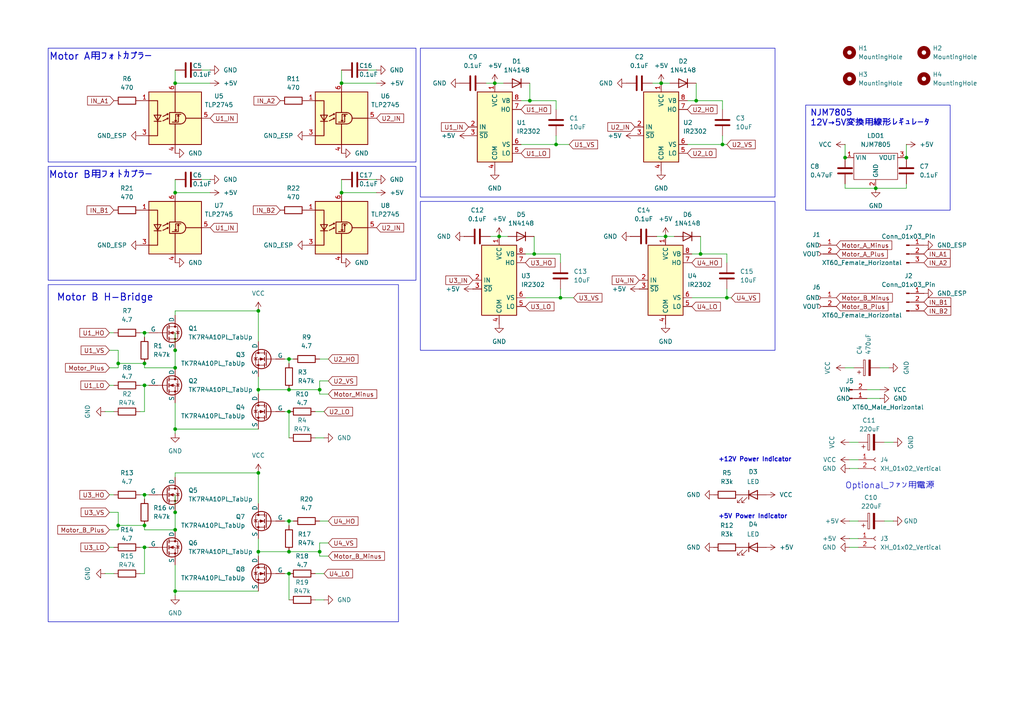
<source format=kicad_sch>
(kicad_sch (version 20250114) (generator "eeschema") (generator_version "9.0")
  (paper "A4")
  (title_block (title "2Ch.モータードライバ_IR2302") (date "2025-09-24") (rev "1") (company "明治大学オートメーション研究部") (comment 1 "KIM JIWOO") (comment 2 "機械情報工学科"))
  (rectangle (start 233.68 30.48) (end 275.59 60.96))
  (rectangle (start 13.97 13.97) (end 120.65 46.99))
  (rectangle (start 121.92 58.42) (end 224.79 101.6))
  (rectangle (start 13.97 48.26) (end 120.65 81.28))
  (rectangle (start 13.97 82.55) (end 115.57 180.34))
  (rectangle (start 121.92 13.97) (end 224.79 57.15))
  (text "Motor B用フォトカプラー" (at 29.21 50.8 0) (effects (font (size 2.032 2.032) (thickness 0.254) (bold yes))))
  (text "Motor B H-Bridge" (at 30.48 86.36 0) (effects (font (size 2.032 2.032) (thickness 0.254) (bold yes))))
  (text "NJM7805\n12V→5V変換用線形レギュレータ" (at 234.95 34.29 0) (effects (font (size 1.778 1.778) (thickness 0.254)) (justify left)))
  (text "Optional_ファン用電源" (at 245.11 140.97 0) (effects (font (size 1.778 1.778)) (justify left)))
  (text "+12V Power Indicator" (at 208.28 133.35 0) (effects (font (size 1.27 1.27) (thickness 0.254) (bold yes)) (justify left)))
  (text "+5V Power Indicator" (at 208.28 149.86 0) (effects (font (size 1.27 1.27) (thickness 0.254) (bold yes)) (justify left)))
  (text "Motor A用フォトカプラー" (at 29.21 16.51 0) (effects (font (size 2.032 2.032) (thickness 0.254) (bold yes))))
  (junction (at 262.89 45.72))
  (junction (at 50.8 55.88))
  (junction (at 50.8 106.68))
  (junction (at 50.8 24.13))
  (junction (at 41.91 105.41))
  (junction (at 99.06 55.88))
  (junction (at 193.04 68.58))
  (junction (at 41.91 152.4))
  (junction (at 191.77 24.13))
  (junction (at 83.82 166.37))
  (junction (at 92.71 160.02))
  (junction (at 74.93 160.02))
  (junction (at 50.8 171.45))
  (junction (at 41.91 111.76))
  (junction (at 162.56 86.36))
  (junction (at 203.2 73.66))
  (junction (at 34.29 152.4))
  (junction (at 209.55 41.91))
  (junction (at 74.93 113.03))
  (junction (at 153.67 29.21))
  (junction (at 50.8 101.6))
  (junction (at 144.78 68.58))
  (junction (at 41.91 96.52))
  (junction (at 34.29 105.41))
  (junction (at 83.82 151.13))
  (junction (at 83.82 119.38))
  (junction (at 50.8 153.67))
  (junction (at 92.71 113.03))
  (junction (at 154.94 73.66))
  (junction (at 74.93 137.16))
  (junction (at 161.29 41.91))
  (junction (at 50.8 124.46))
  (junction (at 83.82 160.02))
  (junction (at 41.91 158.75))
  (junction (at 245.11 45.72))
  (junction (at 210.82 86.36))
  (junction (at 41.91 143.51))
  (junction (at 254 54.61))
  (junction (at 74.93 90.17))
  (junction (at 83.82 113.03))
  (junction (at 50.8 148.59))
  (junction (at 83.82 104.14))
  (junction (at 143.51 24.13))
  (junction (at 99.06 24.13))
  (junction (at 201.93 29.21))
  (wire (pts (xy 246.38 156.21) (xy 248.92 156.21)))
  (wire (pts (xy 82.55 166.37) (xy 83.82 166.37)))
  (wire (pts (xy 50.8 171.45) (xy 50.8 172.72)))
  (wire (pts (xy 209.55 39.37) (xy 209.55 41.91)))
  (wire (pts (xy 41.91 158.75) (xy 43.18 158.75)))
  (wire (pts (xy 200.66 86.36) (xy 210.82 86.36)))
  (wire (pts (xy 74.93 156.21) (xy 74.93 160.02)))
  (wire (pts (xy 144.78 68.58) (xy 147.32 68.58)))
  (wire (pts (xy 201.93 24.13) (xy 201.93 29.21)))
  (wire (pts (xy 50.8 148.59) (xy 50.8 153.67)))
  (wire (pts (xy 33.02 119.38) (xy 30.48 119.38)))
  (wire (pts (xy 209.55 31.75) (xy 209.55 29.21)))
  (wire (pts (xy 31.75 158.75) (xy 33.02 158.75)))
  (wire (pts (xy 162.56 83.82) (xy 162.56 86.36)))
  (wire (pts (xy 209.55 41.91) (xy 210.82 41.91)))
  (wire (pts (xy 74.93 137.16) (xy 74.93 146.05)))
  (wire (pts (xy 142.24 68.58) (xy 144.78 68.58)))
  (wire (pts (xy 83.82 166.37) (xy 83.82 173.99)))
  (wire (pts (xy 92.71 104.14) (xy 95.25 104.14)))
  (wire (pts (xy 255.27 113.03) (xy 251.46 113.03)))
  (wire (pts (xy 92.71 160.02) (xy 92.71 161.29)))
  (wire (pts (xy 151.13 29.21) (xy 153.67 29.21)))
  (wire (pts (xy 60.96 55.88) (xy 50.8 55.88)))
  (wire (pts (xy 152.4 73.66) (xy 154.94 73.66)))
  (wire (pts (xy 50.8 143.51) (xy 50.8 148.59)))
  (wire (pts (xy 60.96 52.07) (xy 58.42 52.07)))
  (wire (pts (xy 262.89 53.34) (xy 262.89 54.61)))
  (wire (pts (xy 31.75 111.76) (xy 33.02 111.76)))
  (wire (pts (xy 82.55 119.38) (xy 83.82 119.38)))
  (wire (pts (xy 109.22 52.07) (xy 106.68 52.07)))
  (wire (pts (xy 50.8 171.45) (xy 74.93 171.45)))
  (wire (pts (xy 92.71 151.13) (xy 95.25 151.13)))
  (wire (pts (xy 31.75 143.51) (xy 33.02 143.51)))
  (wire (pts (xy 154.94 73.66) (xy 162.56 73.66)))
  (wire (pts (xy 50.8 20.32) (xy 50.8 24.13)))
  (wire (pts (xy 210.82 76.2) (xy 210.82 73.66)))
  (wire (pts (xy 245.11 41.91) (xy 245.11 45.72)))
  (wire (pts (xy 109.22 24.13) (xy 99.06 24.13)))
  (wire (pts (xy 199.39 41.91) (xy 209.55 41.91)))
  (wire (pts (xy 255.27 106.68) (xy 257.81 106.68)))
  (wire (pts (xy 83.82 113.03) (xy 92.71 113.03)))
  (wire (pts (xy 154.94 68.58) (xy 154.94 73.66)))
  (wire (pts (xy 95.25 110.49) (xy 92.71 110.49)))
  (wire (pts (xy 41.91 119.38) (xy 41.91 111.76)))
  (wire (pts (xy 34.29 106.68) (xy 34.29 105.41)))
  (wire (pts (xy 83.82 119.38) (xy 83.82 127)))
  (wire (pts (xy 246.38 158.75) (xy 248.92 158.75)))
  (wire (pts (xy 99.06 20.32) (xy 99.06 24.13)))
  (wire (pts (xy 50.8 96.52) (xy 50.8 101.6)))
  (wire (pts (xy 83.82 104.14) (xy 85.09 104.14)))
  (wire (pts (xy 41.91 96.52) (xy 41.91 97.79)))
  (wire (pts (xy 203.2 68.58) (xy 203.2 73.66)))
  (wire (pts (xy 50.8 90.17) (xy 74.93 90.17)))
  (wire (pts (xy 246.38 151.13) (xy 248.92 151.13)))
  (wire (pts (xy 140.97 24.13) (xy 143.51 24.13)))
  (wire (pts (xy 74.93 90.17) (xy 74.93 99.06)))
  (wire (pts (xy 92.71 110.49) (xy 92.71 113.03)))
  (wire (pts (xy 245.11 106.68) (xy 247.65 106.68)))
  (wire (pts (xy 99.06 52.07) (xy 99.06 55.88)))
  (wire (pts (xy 31.75 96.52) (xy 33.02 96.52)))
  (wire (pts (xy 201.93 29.21) (xy 209.55 29.21)))
  (wire (pts (xy 151.13 41.91) (xy 161.29 41.91)))
  (wire (pts (xy 41.91 152.4) (xy 41.91 153.67)))
  (wire (pts (xy 50.8 137.16) (xy 74.93 137.16)))
  (wire (pts (xy 210.82 86.36) (xy 212.09 86.36)))
  (wire (pts (xy 74.93 113.03) (xy 83.82 113.03)))
  (wire (pts (xy 246.38 135.89) (xy 248.92 135.89)))
  (wire (pts (xy 41.91 106.68) (xy 50.8 106.68)))
  (wire (pts (xy 246.38 133.35) (xy 248.92 133.35)))
  (wire (pts (xy 83.82 151.13) (xy 85.09 151.13)))
  (wire (pts (xy 40.64 119.38) (xy 41.91 119.38)))
  (wire (pts (xy 50.8 124.46) (xy 50.8 125.73)))
  (wire (pts (xy 41.91 153.67) (xy 50.8 153.67)))
  (wire (pts (xy 161.29 31.75) (xy 161.29 29.21)))
  (wire (pts (xy 255.27 115.57) (xy 251.46 115.57)))
  (wire (pts (xy 34.29 101.6) (xy 34.29 105.41)))
  (wire (pts (xy 41.91 105.41) (xy 41.91 106.68)))
  (wire (pts (xy 95.25 157.48) (xy 92.71 157.48)))
  (wire (pts (xy 203.2 73.66) (xy 210.82 73.66)))
  (wire (pts (xy 162.56 76.2) (xy 162.56 73.66)))
  (wire (pts (xy 92.71 157.48) (xy 92.71 160.02)))
  (wire (pts (xy 40.64 96.52) (xy 41.91 96.52)))
  (wire (pts (xy 74.93 113.03) (xy 74.93 114.3)))
  (wire (pts (xy 195.58 68.58) (xy 193.04 68.58)))
  (wire (pts (xy 34.29 101.6) (xy 31.75 101.6)))
  (wire (pts (xy 190.5 68.58) (xy 193.04 68.58)))
  (wire (pts (xy 245.11 54.61) (xy 245.11 53.34)))
  (wire (pts (xy 50.8 101.6) (xy 50.8 106.68)))
  (wire (pts (xy 189.23 24.13) (xy 191.77 24.13)))
  (wire (pts (xy 92.71 114.3) (xy 95.25 114.3)))
  (wire (pts (xy 34.29 152.4) (xy 41.91 152.4)))
  (wire (pts (xy 92.71 113.03) (xy 92.71 114.3)))
  (wire (pts (xy 74.93 109.22) (xy 74.93 113.03)))
  (wire (pts (xy 200.66 73.66) (xy 203.2 73.66)))
  (wire (pts (xy 74.93 160.02) (xy 83.82 160.02)))
  (wire (pts (xy 262.89 41.91) (xy 262.89 45.72)))
  (wire (pts (xy 194.31 24.13) (xy 191.77 24.13)))
  (wire (pts (xy 153.67 24.13) (xy 153.67 29.21)))
  (wire (pts (xy 152.4 86.36) (xy 162.56 86.36)))
  (wire (pts (xy 91.44 166.37) (xy 93.98 166.37)))
  (wire (pts (xy 82.55 151.13) (xy 83.82 151.13)))
  (wire (pts (xy 199.39 29.21) (xy 201.93 29.21)))
  (wire (pts (xy 109.22 20.32) (xy 106.68 20.32)))
  (wire (pts (xy 41.91 158.75) (xy 41.91 166.37)))
  (wire (pts (xy 40.64 158.75) (xy 41.91 158.75)))
  (wire (pts (xy 109.22 55.88) (xy 99.06 55.88)))
  (wire (pts (xy 50.8 163.83) (xy 50.8 171.45)))
  (wire (pts (xy 92.71 161.29) (xy 95.25 161.29)))
  (wire (pts (xy 162.56 86.36) (xy 166.37 86.36)))
  (wire (pts (xy 60.96 20.32) (xy 58.42 20.32)))
  (wire (pts (xy 153.67 29.21) (xy 161.29 29.21)))
  (wire (pts (xy 41.91 111.76) (xy 43.18 111.76)))
  (wire (pts (xy 41.91 96.52) (xy 43.18 96.52)))
  (wire (pts (xy 74.93 160.02) (xy 74.93 161.29)))
  (wire (pts (xy 50.8 91.44) (xy 50.8 90.17)))
  (wire (pts (xy 256.54 128.27) (xy 259.08 128.27)))
  (wire (pts (xy 34.29 153.67) (xy 34.29 152.4)))
  (wire (pts (xy 246.38 128.27) (xy 248.92 128.27)))
  (wire (pts (xy 91.44 119.38) (xy 93.98 119.38)))
  (wire (pts (xy 34.29 105.41) (xy 41.91 105.41)))
  (wire (pts (xy 50.8 124.46) (xy 74.93 124.46)))
  (wire (pts (xy 34.29 148.59) (xy 34.29 152.4)))
  (wire (pts (xy 31.75 106.68) (xy 34.29 106.68)))
  (wire (pts (xy 91.44 127) (xy 93.98 127)))
  (wire (pts (xy 41.91 143.51) (xy 41.91 144.78)))
  (wire (pts (xy 50.8 138.43) (xy 50.8 137.16)))
  (wire (pts (xy 91.44 173.99) (xy 93.98 173.99)))
  (wire (pts (xy 254 54.61) (xy 245.11 54.61)))
  (wire (pts (xy 161.29 41.91) (xy 165.1 41.91)))
  (wire (pts (xy 40.64 111.76) (xy 41.91 111.76)))
  (wire (pts (xy 82.55 104.14) (xy 83.82 104.14)))
  (wire (pts (xy 210.82 83.82) (xy 210.82 86.36)))
  (wire (pts (xy 50.8 52.07) (xy 50.8 55.88)))
  (wire (pts (xy 34.29 148.59) (xy 31.75 148.59)))
  (wire (pts (xy 40.64 143.51) (xy 41.91 143.51)))
  (wire (pts (xy 83.82 104.14) (xy 83.82 105.41)))
  (wire (pts (xy 41.91 143.51) (xy 43.18 143.51)))
  (wire (pts (xy 31.75 153.67) (xy 34.29 153.67)))
  (wire (pts (xy 50.8 116.84) (xy 50.8 124.46)))
  (wire (pts (xy 161.29 39.37) (xy 161.29 41.91)))
  (wire (pts (xy 40.64 166.37) (xy 41.91 166.37)))
  (wire (pts (xy 60.96 24.13) (xy 50.8 24.13)))
  (wire (pts (xy 262.89 54.61) (xy 254 54.61)))
  (wire (pts (xy 83.82 160.02) (xy 92.71 160.02)))
  (wire (pts (xy 256.54 151.13) (xy 259.08 151.13)))
  (wire (pts (xy 33.02 166.37) (xy 30.48 166.37)))
  (wire (pts (xy 83.82 151.13) (xy 83.82 152.4)))
  (wire (pts (xy 143.51 24.13) (xy 146.05 24.13)))
  (global_label "U4_VS" (shape input) (at 212.09 86.36 0) (property "Intersheetrefs" "${INTERSHEET_REFS}" (effects (hide yes))))
  (global_label "U4_VS" (shape input) (at 95.25 157.48 0) (property "Intersheetrefs" "${INTERSHEET_REFS}" (effects (hide yes))))
  (global_label "U2_IN" (shape input) (at 184.15 36.83 180) (property "Intersheetrefs" "${INTERSHEET_REFS}" (effects (hide yes))))
  (global_label "IN_B1" (shape input) (at 33.02 60.96 180) (property "Intersheetrefs" "${INTERSHEET_REFS}" (effects (hide yes))))
  (global_label "Motor_B_Minus" (shape input) (at 242.57 86.36 0) (property "Intersheetrefs" "${INTERSHEET_REFS}" (effects (hide yes))))
  (global_label "IN_A1" (shape input) (at 267.97 73.66 0) (property "Intersheetrefs" "${INTERSHEET_REFS}" (effects (hide yes))))
  (global_label "Motor_A_Plus" (shape input) (at 242.57 73.66 0) (property "Intersheetrefs" "${INTERSHEET_REFS}" (effects (hide yes))))
  (global_label "U3_LO" (shape input) (at 152.4 88.9 0) (property "Intersheetrefs" "${INTERSHEET_REFS}" (effects (hide yes))))
  (global_label "Motor_B_Plus" (shape input) (at 242.57 88.9 0) (property "Intersheetrefs" "${INTERSHEET_REFS}" (effects (hide yes))))
  (global_label "U1_IN" (shape input) (at 60.96 34.29 0) (property "Intersheetrefs" "${INTERSHEET_REFS}" (effects (hide yes))))
  (global_label "Motor_A_Minus" (shape input) (at 242.57 71.12 0) (property "Intersheetrefs" "${INTERSHEET_REFS}" (effects (hide yes))))
  (global_label "U4_LO" (shape input) (at 93.98 166.37 0) (property "Intersheetrefs" "${INTERSHEET_REFS}" (effects (hide yes))))
  (global_label "U4_LO" (shape input) (at 200.66 88.9 0) (property "Intersheetrefs" "${INTERSHEET_REFS}" (effects (hide yes))))
  (global_label "IN_A1" (shape input) (at 33.02 29.21 180) (property "Intersheetrefs" "${INTERSHEET_REFS}" (effects (hide yes))))
  (global_label "U2_VS" (shape input) (at 210.82 41.91 0) (property "Intersheetrefs" "${INTERSHEET_REFS}" (effects (hide yes))))
  (global_label "Motor_B_Minus" (shape input) (at 95.25 161.29 0) (property "Intersheetrefs" "${INTERSHEET_REFS}" (effects (hide yes))))
  (global_label "U3_HO" (shape input) (at 31.75 143.51 180) (property "Intersheetrefs" "${INTERSHEET_REFS}" (effects (hide yes))))
  (global_label "U4_HO" (shape input) (at 200.66 76.2 0) (property "Intersheetrefs" "${INTERSHEET_REFS}" (effects (hide yes))))
  (global_label "U1_IN" (shape input) (at 135.89 36.83 180) (property "Intersheetrefs" "${INTERSHEET_REFS}" (effects (hide yes))))
  (global_label "U2_VS" (shape input) (at 95.25 110.49 0) (property "Intersheetrefs" "${INTERSHEET_REFS}" (effects (hide yes))))
  (global_label "Motor_Minus" (shape input) (at 95.25 114.3 0) (property "Intersheetrefs" "${INTERSHEET_REFS}" (effects (hide yes))))
  (global_label "U3_VS" (shape input) (at 31.75 148.59 180) (property "Intersheetrefs" "${INTERSHEET_REFS}" (effects (hide yes))))
  (global_label "Motor_Plus" (shape input) (at 31.75 106.68 180) (property "Intersheetrefs" "${INTERSHEET_REFS}" (effects (hide yes))))
  (global_label "U1_IN" (shape input) (at 60.96 66.04 0) (property "Intersheetrefs" "${INTERSHEET_REFS}" (effects (hide yes))))
  (global_label "U1_HO" (shape input) (at 31.75 96.52 180) (property "Intersheetrefs" "${INTERSHEET_REFS}" (effects (hide yes))))
  (global_label "U2_IN" (shape input) (at 109.22 34.29 0) (property "Intersheetrefs" "${INTERSHEET_REFS}" (effects (hide yes))))
  (global_label "U1_LO" (shape input) (at 151.13 44.45 0) (property "Intersheetrefs" "${INTERSHEET_REFS}" (effects (hide yes))))
  (global_label "U4_HO" (shape input) (at 95.25 151.13 0) (property "Intersheetrefs" "${INTERSHEET_REFS}" (effects (hide yes))))
  (global_label "U2_LO" (shape input) (at 199.39 44.45 0) (property "Intersheetrefs" "${INTERSHEET_REFS}" (effects (hide yes))))
  (global_label "U3_HO" (shape input) (at 152.4 76.2 0) (property "Intersheetrefs" "${INTERSHEET_REFS}" (effects (hide yes))))
  (global_label "U2_LO" (shape input) (at 93.98 119.38 0) (property "Intersheetrefs" "${INTERSHEET_REFS}" (effects (hide yes))))
  (global_label "IN_A2" (shape input) (at 267.97 76.2 0) (property "Intersheetrefs" "${INTERSHEET_REFS}" (effects (hide yes))))
  (global_label "IN_B2" (shape input) (at 81.28 60.96 180) (property "Intersheetrefs" "${INTERSHEET_REFS}" (effects (hide yes))))
  (global_label "U3_VS" (shape input) (at 166.37 86.36 0) (property "Intersheetrefs" "${INTERSHEET_REFS}" (effects (hide yes))))
  (global_label "U1_HO" (shape input) (at 151.13 31.75 0) (property "Intersheetrefs" "${INTERSHEET_REFS}" (effects (hide yes))))
  (global_label "U2_HO" (shape input) (at 199.39 31.75 0) (property "Intersheetrefs" "${INTERSHEET_REFS}" (effects (hide yes))))
  (global_label "IN_B2" (shape input) (at 267.97 90.17 0) (property "Intersheetrefs" "${INTERSHEET_REFS}" (effects (hide yes))))
  (global_label "IN_B1" (shape input) (at 267.97 87.63 0) (property "Intersheetrefs" "${INTERSHEET_REFS}" (effects (hide yes))))
  (global_label "U1_LO" (shape input) (at 31.75 111.76 180) (property "Intersheetrefs" "${INTERSHEET_REFS}" (effects (hide yes))))
  (global_label "U3_LO" (shape input) (at 31.75 158.75 180) (property "Intersheetrefs" "${INTERSHEET_REFS}" (effects (hide yes))))
  (global_label "U1_VS" (shape input) (at 31.75 101.6 180) (property "Intersheetrefs" "${INTERSHEET_REFS}" (effects (hide yes))))
  (global_label "Motor_B_Plus" (shape input) (at 31.75 153.67 180) (property "Intersheetrefs" "${INTERSHEET_REFS}" (effects (hide yes))))
  (global_label "U4_IN" (shape input) (at 185.42 81.28 180) (property "Intersheetrefs" "${INTERSHEET_REFS}" (effects (hide yes))))
  (global_label "U3_IN" (shape input) (at 137.16 81.28 180) (property "Intersheetrefs" "${INTERSHEET_REFS}" (effects (hide yes))))
  (global_label "U2_HO" (shape input) (at 95.25 104.14 0) (property "Intersheetrefs" "${INTERSHEET_REFS}" (effects (hide yes))))
  (global_label "U1_VS" (shape input) (at 165.1 41.91 0) (property "Intersheetrefs" "${INTERSHEET_REFS}" (effects (hide yes))))
  (global_label "U2_IN" (shape input) (at 109.22 66.04 0) (property "Intersheetrefs" "${INTERSHEET_REFS}" (effects (hide yes))))
  (global_label "IN_A2" (shape input) (at 81.28 29.21 180) (property "Intersheetrefs" "${INTERSHEET_REFS}" (effects (hide yes))))
  (symbol (lib_id "00_mylib:C2012") (at 162.56 80.01 0) (unit 1)
    (property "Reference" "C13" (at 166.37 78.7399 0) (effects (justify left)))
    (property "Value" "10uF" (at 166.37 81.2799 0) (effects (justify left)))
    (property "Footprint" "Capacitor_SMD:C_0805_2012Metric_Pad1.18x1.45mm_HandSolder" (effects (hide yes)))
    (property "Description" "Unpolarized capacitor" (effects (hide yes)))
  )
  (symbol (lib_id "power:GND") (at 99.06 44.45 90) (unit 1)
    (property "Reference" "#PWR042" (effects (hide yes)))
    (property "Value" "GND" (at 102.87 44.4499 90) (effects (justify right)))
    (property "Description" "Power symbol creates a global label with name \"GND\" , ground" (effects (hide yes)))
  )
  (symbol (lib_id "Device:LED") (at 218.44 143.51 0) (unit 1)
    (property "Reference" "D3" (at 218.44 136.8425 0))
    (property "Value" "LED" (at 218.44 139.7 0))
    (property "Footprint" "Diode_SMD:D_0603_1608Metric_Pad1.05x0.95mm_HandSolder" (effects (hide yes)))
    (property "Description" "Light emitting diode" (effects (hide yes)))
    (property "Sim.Pins" "1=K 2=A" (effects (hide yes)))
  )
  (symbol (lib_id "Isolator:TLP2745") (at 99.06 66.04 0) (unit 1)
    (property "Reference" "U8" (at 111.76 59.6198 0))
    (property "Value" "TLP2745" (at 111.76 62.1598 0))
    (property "Footprint" "Package_SO:SO-6L_10x3.84mm_P1.27mm" (effects (hide yes)))
    (property "Datasheet" "https://toshiba.semicon-storage.com/info/docget.jsp?did=29405&prodName=TLP2745" (effects (hide yes)))
    (property "Description" "10-Mbps low-power non inverting photocouple,5 kVrms, 4.5 - 30 Vdd, push-pull output" (effects (hide yes)))
  )
  (symbol (lib_id "power:GND") (at 255.27 115.57 90) (mirror x) (unit 1)
    (property "Reference" "#PWR040" (effects (hide yes)))
    (property "Value" "GND" (at 259.08 115.5699 90) (effects (justify right)))
    (property "Description" "Power symbol creates a global label with name \"GND\" , ground" (effects (hide yes)))
  )
  (symbol (lib_id "power:GND1") (at 267.97 71.12 90) (unit 1)
    (property "Reference" "#PWR063" (effects (hide yes)))
    (property "Value" "GND_ESP" (at 271.78 71.1201 90) (effects (justify right)))
    (property "Description" "Power symbol creates a global label with name \"GND1\" , ground" (effects (hide yes)))
  )
  (symbol (lib_id "power:+5V") (at 185.42 83.82 90) (unit 1)
    (property "Reference" "#PWR052" (effects (hide yes)))
    (property "Value" "+5V" (at 181.61 83.8199 90) (effects (justify left)))
    (property "Description" "Power symbol creates a global label with name \"+5V\"" (effects (hide yes)))
  )
  (symbol (lib_id "power:GND1") (at 40.64 71.12 270) (unit 1)
    (property "Reference" "#PWR026" (effects (hide yes)))
    (property "Value" "GND_ESP" (at 36.83 71.1199 90) (effects (justify right)))
    (property "Description" "Power symbol creates a global label with name \"GND1\" , ground" (effects (hide yes)))
  )
  (symbol (lib_id "power:GND") (at 257.81 106.68 90) (unit 1)
    (property "Reference" "#PWR034" (effects (hide yes)))
    (property "Value" "GND" (at 262.89 106.68 0))
    (property "Description" "Power symbol creates a global label with name \"GND\" , ground" (effects (hide yes)))
  )
  (symbol (lib_id "power:GND") (at 259.08 128.27 90) (unit 1)
    (property "Reference" "#PWR036" (effects (hide yes)))
    (property "Value" "GND" (at 264.16 128.27 0))
    (property "Description" "Power symbol creates a global label with name \"GND\" , ground" (effects (hide yes)))
  )
  (symbol (lib_id "00_mylib:C2012") (at 102.87 52.07 270) (unit 1)
    (property "Reference" "C17" (at 104.14 50.8 90) (effects (justify left)))
    (property "Value" "0.1uF" (at 104.14 53.3401 90) (effects (justify left)))
    (property "Footprint" "Capacitor_SMD:C_0805_2012Metric_Pad1.18x1.45mm_HandSolder" (effects (hide yes)))
    (property "Description" "Unpolarized capacitor" (effects (hide yes)))
  )
  (symbol (lib_id "00_mylib:R1608") (at 88.9 104.14 90) (unit 1)
    (property "Reference" "R9" (at 88.9 97.79 90))
    (property "Value" "4.7" (at 88.9 100.33 90))
    (property "Footprint" "Resistor_SMD:R_0603_1608Metric_Pad0.98x0.95mm_HandSolder" (effects (hide yes)))
    (property "Description" "Resistor" (effects (hide yes)))
  )
  (symbol (lib_id "power:VCC") (at 245.11 41.91 90) (unit 1)
    (property "Reference" "#PWR01" (effects (hide yes)))
    (property "Value" "VCC" (at 241.3 41.9099 90) (effects (justify left)))
    (property "Description" "Power symbol creates a global label with name \"VCC\"" (effects (hide yes)))
  )
  (symbol (lib_id "00_mylib:C2012") (at 186.69 68.58 90) (unit 1)
    (property "Reference" "C14" (at 186.69 60.96 90))
    (property "Value" "0.1uF" (at 186.69 63.5 90))
    (property "Footprint" "Capacitor_SMD:C_0805_2012Metric_Pad1.18x1.45mm_HandSolder" (effects (hide yes)))
    (property "Description" "Unpolarized capacitor" (effects (hide yes)))
  )
  (symbol (lib_id "power:GND1") (at 267.97 85.09 90) (unit 1)
    (property "Reference" "#PWR041" (effects (hide yes)))
    (property "Value" "GND_ESP" (at 271.78 85.0899 90) (effects (justify right)))
    (property "Description" "Power symbol creates a global label with name \"GND1\" , ground" (effects (hide yes)))
  )
  (symbol (lib_id "power:GND") (at 50.8 44.45 90) (unit 1)
    (property "Reference" "#PWR028" (effects (hide yes)))
    (property "Value" "GND" (at 54.61 44.4499 90) (effects (justify right)))
    (property "Description" "Power symbol creates a global label with name \"GND\" , ground" (effects (hide yes)))
  )
  (symbol (lib_id "power:GND") (at 207.01 143.51 270) (unit 1)
    (property "Reference" "#PWR022" (effects (hide yes)))
    (property "Value" "GND" (at 203.2 143.5099 90) (effects (justify right)))
    (property "Description" "Power symbol creates a global label with name \"GND\" , ground" (effects (hide yes)))
  )
  (symbol (lib_id "power:+5V") (at 109.22 24.13 270) (unit 1)
    (property "Reference" "#PWR064" (effects (hide yes)))
    (property "Value" "+5V" (at 113.03 24.1299 90) (effects (justify left)))
    (property "Description" "Power symbol creates a global label with name \"+5V\"" (effects (hide yes)))
  )
  (symbol (lib_id "power:GND") (at 144.78 93.98 0) (unit 1)
    (property "Reference" "#PWR050" (effects (hide yes)))
    (property "Value" "GND" (at 144.78 99.06 0))
    (property "Description" "Power symbol creates a global label with name \"GND\" , ground" (effects (hide yes)))
  )
  (symbol (lib_id "00_mylib:R1608") (at 210.82 158.75 90) (unit 1)
    (property "Reference" "R12" (at 210.82 152.4 90))
    (property "Value" "R3k" (at 210.82 154.94 90))
    (property "Footprint" "Resistor_SMD:R_0603_1608Metric_Pad0.98x0.95mm_HandSolder" (effects (hide yes)))
    (property "Description" "Resistor" (effects (hide yes)))
  )
  (symbol (lib_id "power:+5V") (at 191.77 24.13 0) (unit 1)
    (property "Reference" "#PWR010" (effects (hide yes)))
    (property "Value" "+5V" (at 191.77 19.05 0))
    (property "Description" "Power symbol creates a global label with name \"+5V\"" (effects (hide yes)))
  )
  (symbol (lib_id "power:VCC") (at 74.93 90.17 0) (unit 1)
    (property "Reference" "#PWR012" (effects (hide yes)))
    (property "Value" "VCC" (at 74.93 85.09 0))
    (property "Description" "Power symbol creates a global label with name \"VCC\"" (effects (hide yes)))
  )
  (symbol (lib_id "00_mylib:R1608") (at 36.83 29.21 270) (unit 1)
    (property "Reference" "R6" (at 36.83 22.86 90))
    (property "Value" "470" (at 36.83 25.4 90))
    (property "Footprint" "Resistor_SMD:R_0603_1608Metric_Pad0.98x0.95mm_HandSolder" (effects (hide yes)))
    (property "Description" "Resistor" (effects (hide yes)))
  )
  (symbol (lib_id "00_mylib:NJM7805SDL1") (at 254 48.26 0) (unit 1)
    (property "Reference" "LDO1" (at 254 39.37 0))
    (property "Value" "NJM7805" (at 254 41.91 0))
    (property "Footprint" "Package_TO_SOT_SMD:TO-252-2" (effects (hide yes)))
  )
  (symbol (lib_id "00_mylib:XH_01x02") (at 254 156.21 0) (unit 1)
    (property "Reference" "J3" (at 255.27 156.2099 0) (effects (justify left)))
    (property "Value" "XH_01x02_Vertical" (at 255.27 158.7499 0) (effects (justify left)))
    (property "Footprint" "Connector_JST:JST_XH_S2B-XH-A_1x02_P2.50mm_Horizontal" (effects (hide yes)))
    (property "Description" "Generic connector, single row, 01x02, script generated" (effects (hide yes)))
  )
  (symbol (lib_id "power:GND") (at 60.96 52.07 90) (unit 1)
    (property "Reference" "#PWR062" (effects (hide yes)))
    (property "Value" "GND" (at 64.77 52.0699 90) (effects (justify right)))
    (property "Description" "Power symbol creates a global label with name \"GND\" , ground" (effects (hide yes)))
  )
  (symbol (lib_id "00_mylib:C2012") (at 161.29 35.56 0) (unit 1)
    (property "Reference" "C1" (at 165.1 34.2899 0) (effects (justify left)))
    (property "Value" "10uF" (at 165.1 36.8299 0) (effects (justify left)))
    (property "Footprint" "Capacitor_SMD:C_0805_2012Metric_Pad1.18x1.45mm_HandSolder" (effects (hide yes)))
    (property "Description" "Unpolarized capacitor" (effects (hide yes)))
  )
  (symbol (lib_id "00_mylib:C2012") (at 262.89 49.53 180) (unit 1)
    (property "Reference" "C7" (at 266.7 48.2599 0) (effects (justify right)))
    (property "Value" "0.1uF" (at 266.7 50.7999 0) (effects (justify right)))
    (property "Footprint" "Capacitor_SMD:C_0805_2012Metric_Pad1.18x1.45mm_HandSolder" (effects (hide yes)))
    (property "Description" "Unpolarized capacitor" (effects (hide yes)))
  )
  (symbol (lib_id "power:GND") (at 134.62 68.58 270) (unit 1)
    (property "Reference" "#PWR047" (effects (hide yes)))
    (property "Value" "GND" (at 130.81 68.5799 90) (effects (justify right)))
    (property "Description" "Power symbol creates a global label with name \"GND\" , ground" (effects (hide yes)))
  )
  (symbol (lib_name "TK7R4A10PL_1") (lib_id "00_mylib:TK7R4A10PL") (at 77.47 119.38 0) (mirror y) (unit 1)
    (property "Reference" "Q4" (at 71.12 118.1099 0) (effects (justify left)))
    (property "Value" "TK7R4A10PL_TabUp" (at 71.12 120.6499 0) (effects (justify left)))
    (property "Footprint" "Package_TO_SOT_THT:TO-220-3_Horizontal_TabUp" (effects (hide yes)))
    (property "Datasheet" "https://ngspice.sourceforge.io/docs/ngspice-html-manual/manual.xhtml#cha_MOSFETs" (effects (hide yes)))
    (property "Description" "N-MOSFET transistor, drain/source/gate" (effects (hide yes)))
    (property "Sim.Device" "NMOS" (effects (hide yes)))
    (property "Sim.Type" "VDMOS" (effects (hide yes)))
    (property "Sim.Pins" "1=D 2=G 3=S" (effects (hide yes)))
  )
  (symbol (lib_id "00_mylib:C2012") (at 209.55 35.56 0) (unit 1)
    (property "Reference" "C3" (at 213.36 34.2899 0) (effects (justify left)))
    (property "Value" "10uF" (at 213.36 36.8299 0) (effects (justify left)))
    (property "Footprint" "Capacitor_SMD:C_0805_2012Metric_Pad1.18x1.45mm_HandSolder" (effects (hide yes)))
    (property "Description" "Unpolarized capacitor" (effects (hide yes)))
  )
  (symbol (lib_id "Mechanical:MountingHole") (at 246.38 22.86 0) (unit 1) (in_bom no)
    (property "Reference" "H3" (at 248.92 21.5899 0) (effects (justify left)))
    (property "Value" "MountingHole" (at 248.92 24.1299 0) (effects (justify left)))
    (property "Footprint" "MountingHole:MountingHole_3.2mm_M3" (effects (hide yes)))
    (property "Description" "Mounting Hole without connection" (effects (hide yes)))
  )
  (symbol (lib_id "Connector:Conn_01x03_Pin") (at 262.89 87.63 0) (unit 1)
    (property "Reference" "J2" (at 263.525 80.01 0))
    (property "Value" "Conn_01x03_Pin" (at 263.525 82.55 0))
    (property "Footprint" "Connector_JST:JST_XH_S3B-XH-A_1x03_P2.50mm_Horizontal" (effects (hide yes)))
    (property "Description" "Generic connector, single row, 01x03, script generated" (effects (hide yes)))
  )
  (symbol (lib_id "power:GND") (at 30.48 119.38 270) (unit 1)
    (property "Reference" "#PWR014" (effects (hide yes)))
    (property "Value" "GND" (at 25.4 119.38 0))
    (property "Description" "Power symbol creates a global label with name \"GND\" , ground" (effects (hide yes)))
  )
  (symbol (lib_id "00_mylib:R1608") (at 85.09 29.21 90) (unit 1)
    (property "Reference" "R11" (at 85.09 22.86 90))
    (property "Value" "470" (at 85.09 25.4 90))
    (property "Footprint" "Resistor_SMD:R_0603_1608Metric_Pad0.98x0.95mm_HandSolder" (effects (hide yes)))
    (property "Description" "Resistor" (effects (hide yes)))
  )
  (symbol (lib_id "power:+5V") (at 109.22 55.88 270) (unit 1)
    (property "Reference" "#PWR065" (effects (hide yes)))
    (property "Value" "+5V" (at 113.03 55.8799 90) (effects (justify left)))
    (property "Description" "Power symbol creates a global label with name \"+5V\"" (effects (hide yes)))
  )
  (symbol (lib_id "00_mylib:1N4148") (at 198.12 24.13 180) (unit 1)
    (property "Reference" "D2" (at 198.12 17.78 0))
    (property "Value" "1N4148" (at 198.12 20.32 0))
    (property "Footprint" "Diode_THT:D_DO-35_SOD27_P7.62mm_Horizontal" (effects (hide yes)))
    (property "Datasheet" "https://assets.nexperia.com/documents/data-sheet/1N4148_1N4448.pdf" (effects (hide yes)))
    (property "Description" "100V 0.15A standard switching diode, DO-35" (effects (hide yes)))
    (property "Sim.Device" "D" (effects (hide yes)))
    (property "Sim.Pins" "1=K 2=A" (effects (hide yes)))
  )
  (symbol (lib_id "power:VCC") (at 246.38 128.27 90) (unit 1)
    (property "Reference" "#PWR035" (effects (hide yes)))
    (property "Value" "VCC" (at 241.3 128.27 0))
    (property "Description" "Power symbol creates a global label with name \"VCC\"" (effects (hide yes)))
  )
  (symbol (lib_id "power:GND") (at 193.04 93.98 0) (unit 1)
    (property "Reference" "#PWR054" (effects (hide yes)))
    (property "Value" "GND" (at 193.04 99.06 0))
    (property "Description" "Power symbol creates a global label with name \"GND\" , ground" (effects (hide yes)))
  )
  (symbol (lib_id "00_mylib:R1608") (at 36.83 119.38 270) (unit 1)
    (property "Reference" "R2" (at 36.83 114.3 90))
    (property "Value" "R47k" (at 36.83 116.84 90))
    (property "Footprint" "Resistor_SMD:R_0603_1608Metric_Pad0.98x0.95mm_HandSolder" (effects (hide yes)))
    (property "Description" "Resistor" (effects (hide yes)))
  )
  (symbol (lib_id "power:VCC") (at 222.25 143.51 270) (unit 1)
    (property "Reference" "#PWR025" (effects (hide yes)))
    (property "Value" "VCC" (at 226.06 143.5099 90) (effects (justify left)))
    (property "Description" "Power symbol creates a global label with name \"VCC\"" (effects (hide yes)))
  )
  (symbol (lib_id "power:+5V") (at 246.38 151.13 90) (unit 1)
    (property "Reference" "#PWR019" (effects (hide yes)))
    (property "Value" "+5V" (at 241.3 151.13 90))
    (property "Description" "Power symbol creates a global label with name \"+5V\"" (effects (hide yes)))
  )
  (symbol (lib_id "00_mylib:R1608") (at 83.82 109.22 0) (unit 1)
    (property "Reference" "R3" (at 86.36 107.9499 0) (effects (justify left)))
    (property "Value" "R47k" (at 86.36 110.4899 0) (effects (justify left)))
    (property "Footprint" "Resistor_SMD:R_0603_1608Metric_Pad0.98x0.95mm_HandSolder" (effects (hide yes)))
    (property "Description" "Resistor" (effects (hide yes)))
  )
  (symbol (lib_id "power:+5V") (at 60.96 24.13 270) (unit 1)
    (property "Reference" "#PWR058" (effects (hide yes)))
    (property "Value" "+5V" (at 64.77 24.1299 90) (effects (justify left)))
    (property "Description" "Power symbol creates a global label with name \"+5V\"" (effects (hide yes)))
  )
  (symbol (lib_id "00_mylib:C2012") (at 54.61 20.32 270) (unit 1)
    (property "Reference" "C5" (at 55.88 19.05 90) (effects (justify left)))
    (property "Value" "0.1uF" (at 55.88 21.5901 90) (effects (justify left)))
    (property "Footprint" "Capacitor_SMD:C_0805_2012Metric_Pad1.18x1.45mm_HandSolder" (effects (hide yes)))
    (property "Description" "Unpolarized capacitor" (effects (hide yes)))
  )
  (symbol (lib_id "00_mylib:IR2302") (at 193.04 81.28 0) (unit 1)
    (property "Reference" "U4" (at 199.39 80.01 0) (effects (justify left)))
    (property "Value" "IR2302" (at 199.39 82.55 0) (effects (justify left)))
    (property "Footprint" "Package_SO:SOP-8_3.9x4.9mm_P1.27mm" (effects (hide yes)))
    (property "Datasheet" "https://www.infineon.com/dgdl/ir2302.pdf?fileId=5546d462533600a4015355c988b216de" (effects (hide yes)))
    (property "Description" "Half-Bridge Driver, 600V, 200/350mA, PDIP-8/SOIC-8" (effects (hide yes)))
  )
  (symbol (lib_id "power:+5V") (at 184.15 39.37 90) (unit 1)
    (property "Reference" "#PWR09" (effects (hide yes)))
    (property "Value" "+5V" (at 180.34 39.3699 90) (effects (justify left)))
    (property "Description" "Power symbol creates a global label with name \"+5V\"" (effects (hide yes)))
  )
  (symbol (lib_id "00_mylib:R1608") (at 36.83 166.37 270) (unit 1)
    (property "Reference" "R15" (at 36.83 161.29 90))
    (property "Value" "R47k" (at 36.83 163.83 90))
    (property "Footprint" "Resistor_SMD:R_0603_1608Metric_Pad0.98x0.95mm_HandSolder" (effects (hide yes)))
    (property "Description" "Resistor" (effects (hide yes)))
  )
  (symbol (lib_id "Device:LED") (at 218.44 158.75 0) (unit 1)
    (property "Reference" "D4" (at 218.44 152.0825 0))
    (property "Value" "LED" (at 218.44 154.94 0))
    (property "Footprint" "Diode_SMD:D_0603_1608Metric_Pad1.05x0.95mm_HandSolder" (effects (hide yes)))
    (property "Description" "Light emitting diode" (effects (hide yes)))
    (property "Sim.Pins" "1=K 2=A" (effects (hide yes)))
  )
  (symbol (lib_id "00_mylib:XH_01x02") (at 254 133.35 0) (unit 1)
    (property "Reference" "J4" (at 255.27 133.3499 0) (effects (justify left)))
    (property "Value" "XH_01x02_Vertical" (at 255.27 135.8899 0) (effects (justify left)))
    (property "Footprint" "Connector_JST:JST_XH_S2B-XH-A_1x02_P2.50mm_Horizontal" (effects (hide yes)))
    (property "Description" "Generic connector, single row, 01x02, script generated" (effects (hide yes)))
  )
  (symbol (lib_id "power:VCC") (at 246.38 133.35 90) (unit 1)
    (property "Reference" "#PWR037" (effects (hide yes)))
    (property "Value" "VCC" (at 242.57 133.3499 90) (effects (justify left)))
    (property "Description" "Power symbol creates a global label with name \"VCC\"" (effects (hide yes)))
  )
  (symbol (lib_id "00_mylib:R1608") (at 88.9 151.13 90) (unit 1)
    (property "Reference" "R20" (at 88.9 144.78 90))
    (property "Value" "4.7" (at 88.9 147.32 90))
    (property "Footprint" "Resistor_SMD:R_0603_1608Metric_Pad0.98x0.95mm_HandSolder" (effects (hide yes)))
    (property "Description" "Resistor" (effects (hide yes)))
  )
  (symbol (lib_id "00_mylib:C2012") (at 102.87 20.32 270) (unit 1)
    (property "Reference" "C16" (at 104.14 19.05 90) (effects (justify left)))
    (property "Value" "0.1uF" (at 104.14 21.5901 90) (effects (justify left)))
    (property "Footprint" "Capacitor_SMD:C_0805_2012Metric_Pad1.18x1.45mm_HandSolder" (effects (hide yes)))
    (property "Description" "Unpolarized capacitor" (effects (hide yes)))
  )
  (symbol (lib_id "00_mylib:R1608") (at 87.63 127 90) (unit 1)
    (property "Reference" "R4" (at 87.63 121.92 90))
    (property "Value" "R47k" (at 87.63 124.46 90))
    (property "Footprint" "Resistor_SMD:R_0603_1608Metric_Pad0.98x0.95mm_HandSolder" (effects (hide yes)))
    (property "Description" "Resistor" (effects (hide yes)))
  )
  (symbol (lib_id "00_mylib:R1608") (at 83.82 156.21 0) (unit 1)
    (property "Reference" "R17" (at 86.36 154.9399 0) (effects (justify left)))
    (property "Value" "R47k" (at 86.36 157.4799 0) (effects (justify left)))
    (property "Footprint" "Resistor_SMD:R_0603_1608Metric_Pad0.98x0.95mm_HandSolder" (effects (hide yes)))
    (property "Description" "Resistor" (effects (hide yes)))
  )
  (symbol (lib_id "00_mylib:XT60_Female_Horizontal") (at 237.49 71.12 0) (mirror y) (unit 1)
    (property "Reference" "J1" (at 237.998 68.072 0) (effects (justify left)))
    (property "Value" "XT60_Female_Horizontal" (at 261.62 76.2 0) (effects (justify left)))
    (property "Footprint" "Connector_AMASS:AMASS_XT60PW-F_1x02_P7.20mm_Horizontal" (effects (hide yes)))
    (property "Description" "Generic connector, single row, 01x02, script generated" (effects (hide yes)))
  )
  (symbol (lib_id "00_mylib:1N4148") (at 151.13 68.58 180) (unit 1)
    (property "Reference" "D5" (at 151.13 62.23 0))
    (property "Value" "1N4148" (at 151.13 64.77 0))
    (property "Footprint" "Diode_THT:D_DO-35_SOD27_P7.62mm_Horizontal" (effects (hide yes)))
    (property "Datasheet" "https://assets.nexperia.com/documents/data-sheet/1N4148_1N4448.pdf" (effects (hide yes)))
    (property "Description" "100V 0.15A standard switching diode, DO-35" (effects (hide yes)))
    (property "Sim.Device" "D" (effects (hide yes)))
    (property "Sim.Pins" "1=K 2=A" (effects (hide yes)))
  )
  (symbol (lib_id "00_mylib:R1608") (at 87.63 173.99 90) (unit 1)
    (property "Reference" "R19" (at 87.63 168.91 90))
    (property "Value" "R47k" (at 87.63 171.45 90))
    (property "Footprint" "Resistor_SMD:R_0603_1608Metric_Pad0.98x0.95mm_HandSolder" (effects (hide yes)))
    (property "Description" "Resistor" (effects (hide yes)))
  )
  (symbol (lib_id "00_mylib:R1608") (at 36.83 143.51 90) (unit 1)
    (property "Reference" "R13" (at 36.83 137.16 90))
    (property "Value" "4.7" (at 36.83 139.7 90))
    (property "Footprint" "Resistor_SMD:R_0603_1608Metric_Pad0.98x0.95mm_HandSolder" (effects (hide yes)))
    (property "Description" "Resistor" (effects (hide yes)))
  )
  (symbol (lib_id "power:GND") (at 207.01 158.75 270) (unit 1)
    (property "Reference" "#PWR021" (effects (hide yes)))
    (property "Value" "GND" (at 203.2 158.7499 90) (effects (justify right)))
    (property "Description" "Power symbol creates a global label with name \"GND\" , ground" (effects (hide yes)))
  )
  (symbol (lib_id "Isolator:TLP2745") (at 50.8 34.29 0) (unit 1)
    (property "Reference" "U5" (at 63.5 27.8698 0))
    (property "Value" "TLP2745" (at 63.5 30.4098 0))
    (property "Footprint" "Package_SO:SO-6L_10x3.84mm_P1.27mm" (effects (hide yes)))
    (property "Datasheet" "https://toshiba.semicon-storage.com/info/docget.jsp?did=29405&prodName=TLP2745" (effects (hide yes)))
    (property "Description" "10-Mbps low-power non inverting photocouple,5 kVrms, 4.5 - 30 Vdd, push-pull output" (effects (hide yes)))
  )
  (symbol (lib_id "power:GND") (at 181.61 24.13 270) (unit 1)
    (property "Reference" "#PWR08" (effects (hide yes)))
    (property "Value" "GND" (at 177.8 24.1299 90) (effects (justify right)))
    (property "Description" "Power symbol creates a global label with name \"GND\" , ground" (effects (hide yes)))
  )
  (symbol (lib_id "power:VCC") (at 74.93 137.16 0) (unit 1)
    (property "Reference" "#PWR045" (effects (hide yes)))
    (property "Value" "VCC" (at 74.93 132.08 0))
    (property "Description" "Power symbol creates a global label with name \"VCC\"" (effects (hide yes)))
  )
  (symbol (lib_id "Mechanical:MountingHole") (at 267.97 15.24 0) (unit 1) (in_bom no)
    (property "Reference" "H2" (at 270.51 13.9699 0) (effects (justify left)))
    (property "Value" "MountingHole" (at 270.51 16.5099 0) (effects (justify left)))
    (property "Footprint" "MountingHole:MountingHole_3.2mm_M3" (effects (hide yes)))
    (property "Description" "Mounting Hole without connection" (effects (hide yes)))
  )
  (symbol (lib_id "power:GND") (at 133.35 24.13 270) (unit 1)
    (property "Reference" "#PWR05" (effects (hide yes)))
    (property "Value" "GND" (at 129.54 24.1299 90) (effects (justify right)))
    (property "Description" "Power symbol creates a global label with name \"GND\" , ground" (effects (hide yes)))
  )
  (symbol (lib_id "power:+5V") (at 144.78 68.58 0) (unit 1)
    (property "Reference" "#PWR049" (effects (hide yes)))
    (property "Value" "+5V" (at 144.78 63.5 0))
    (property "Description" "Power symbol creates a global label with name \"+5V\"" (effects (hide yes)))
  )
  (symbol (lib_id "power:+5V") (at 246.38 156.21 90) (unit 1)
    (property "Reference" "#PWR017" (effects (hide yes)))
    (property "Value" "+5V" (at 242.57 156.2099 90) (effects (justify left)))
    (property "Description" "Power symbol creates a global label with name \"+5V\"" (effects (hide yes)))
  )
  (symbol (lib_id "power:GND") (at 246.38 158.75 270) (unit 1)
    (property "Reference" "#PWR018" (effects (hide yes)))
    (property "Value" "GND" (at 242.57 158.75 90) (effects (justify right)))
    (property "Description" "Power symbol creates a global label with name \"GND\" , ground" (effects (hide yes)))
  )
  (symbol (lib_id "00_mylib:C_Polarized") (at 251.46 106.68 90) (unit 1)
    (property "Reference" "C4" (at 249.3009 102.87 0) (effects (justify left)))
    (property "Value" "470uF" (at 251.8409 102.87 0) (effects (justify left)))
    (property "Footprint" "Capacitor_THT:CP_Radial_D10.0mm_P5.00mm" (effects (hide yes)))
    (property "Datasheet" "35ZLH470MEFC10X16" (effects (hide yes)))
    (property "Description" "Polarized capacitor" (effects (hide yes)))
  )
  (symbol (lib_id "power:GND") (at 109.22 20.32 90) (unit 1)
    (property "Reference" "#PWR016" (effects (hide yes)))
    (property "Value" "GND" (at 113.03 20.3199 90) (effects (justify right)))
    (property "Description" "Power symbol creates a global label with name \"GND\" , ground" (effects (hide yes)))
  )
  (symbol (lib_id "00_mylib:C2012") (at 137.16 24.13 90) (unit 1)
    (property "Reference" "C9" (at 137.16 16.51 90))
    (property "Value" "0.1uF" (at 137.16 19.05 90))
    (property "Footprint" "Capacitor_SMD:C_0805_2012Metric_Pad1.18x1.45mm_HandSolder" (effects (hide yes)))
    (property "Description" "Unpolarized capacitor" (effects (hide yes)))
  )
  (symbol (lib_id "00_mylib:XT60_Male_Horizontal") (at 246.38 115.57 0) (mirror x) (unit 1)
    (property "Reference" "J5" (at 247.65 110.49 0) (effects (justify right)))
    (property "Value" "XT60_Male_Horizontal" (at 267.97 118.11 0) (effects (justify right)))
    (property "Footprint" "Connector_AMASS:AMASS_XT60PW-M_1x02_P7.20mm_Horizontal" (effects (hide yes)))
    (property "Description" "Generic connector, single row, 01x02, script generated" (effects (hide yes)))
  )
  (symbol (lib_id "power:GND") (at 50.8 172.72 0) (unit 1)
    (property "Reference" "#PWR032" (effects (hide yes)))
    (property "Value" "GND" (at 50.8 177.8 0))
    (property "Description" "Power symbol creates a global label with name \"GND\" , ground" (effects (hide yes)))
  )
  (symbol (lib_id "power:GND") (at 182.88 68.58 270) (unit 1)
    (property "Reference" "#PWR051" (effects (hide yes)))
    (property "Value" "GND" (at 179.07 68.5799 90) (effects (justify right)))
    (property "Description" "Power symbol creates a global label with name \"GND\" , ground" (effects (hide yes)))
  )
  (symbol (lib_id "Isolator:TLP2745") (at 50.8 66.04 0) (unit 1)
    (property "Reference" "U7" (at 63.5 59.6198 0))
    (property "Value" "TLP2745" (at 63.5 62.1598 0))
    (property "Footprint" "Package_SO:SO-6L_10x3.84mm_P1.27mm" (effects (hide yes)))
    (property "Datasheet" "https://toshiba.semicon-storage.com/info/docget.jsp?did=29405&prodName=TLP2745" (effects (hide yes)))
    (property "Description" "10-Mbps low-power non inverting photocouple,5 kVrms, 4.5 - 30 Vdd, push-pull output" (effects (hide yes)))
  )
  (symbol (lib_id "power:+5V") (at 143.51 24.13 0) (unit 1)
    (property "Reference" "#PWR04" (effects (hide yes)))
    (property "Value" "+5V" (at 143.51 19.05 0))
    (property "Description" "Power symbol creates a global label with name \"+5V\"" (effects (hide yes)))
  )
  (symbol (lib_id "power:GND") (at 99.06 76.2 90) (unit 1)
    (property "Reference" "#PWR060" (effects (hide yes)))
    (property "Value" "GND" (at 102.87 76.1999 90) (effects (justify right)))
    (property "Description" "Power symbol creates a global label with name \"GND\" , ground" (effects (hide yes)))
  )
  (symbol (lib_id "power:+5V") (at 262.89 41.91 270) (unit 1)
    (property "Reference" "#PWR03" (effects (hide yes)))
    (property "Value" "+5V" (at 266.7 41.9099 90) (effects (justify left)))
    (property "Description" "Power symbol creates a global label with name \"+5V\"" (effects (hide yes)))
  )
  (symbol (lib_id "00_mylib:C_Polarized") (at 252.73 151.13 90) (unit 1)
    (property "Reference" "C10" (at 254.5288 144.3093 90) (effects (justify left)))
    (property "Value" "220uF" (at 255.7988 146.8493 90) (effects (justify left)))
    (property "Footprint" "Capacitor_THT:CP_Radial_D8.0mm_P3.50mm" (effects (hide yes)))
    (property "Datasheet" "35ZLH220MEFC8X11.5" (effects (hide yes)))
    (property "Description" "Polarized capacitor" (effects (hide yes)))
  )
  (symbol (lib_id "power:+5V") (at 60.96 55.88 270) (unit 1)
    (property "Reference" "#PWR056" (effects (hide yes)))
    (property "Value" "+5V" (at 64.77 55.8799 90) (effects (justify left)))
    (property "Description" "Power symbol creates a global label with name \"+5V\"" (effects (hide yes)))
  )
  (symbol (lib_id "00_mylib:R1608") (at 210.82 143.51 90) (unit 1)
    (property "Reference" "R5" (at 210.82 137.16 90))
    (property "Value" "R3k" (at 210.82 139.7 90))
    (property "Footprint" "Resistor_SMD:R_0603_1608Metric_Pad0.98x0.95mm_HandSolder" (effects (hide yes)))
    (property "Description" "Resistor" (effects (hide yes)))
  )
  (symbol (lib_id "Connector:Conn_01x03_Pin") (at 262.89 73.66 0) (unit 1)
    (property "Reference" "J7" (at 263.525 66.04 0))
    (property "Value" "Conn_01x03_Pin" (at 263.525 68.58 0))
    (property "Footprint" "Connector_JST:JST_XH_S3B-XH-A_1x03_P2.50mm_Horizontal" (effects (hide yes)))
    (property "Description" "Generic connector, single row, 01x03, script generated" (effects (hide yes)))
  )
  (symbol (lib_id "00_mylib:IR2302") (at 144.78 81.28 0) (unit 1)
    (property "Reference" "U3" (at 151.13 80.01 0) (effects (justify left)))
    (property "Value" "IR2302" (at 151.13 82.55 0) (effects (justify left)))
    (property "Footprint" "Package_SO:SOP-8_3.9x4.9mm_P1.27mm" (effects (hide yes)))
    (property "Datasheet" "https://www.infineon.com/dgdl/ir2302.pdf?fileId=5546d462533600a4015355c988b216de" (effects (hide yes)))
    (property "Description" "Half-Bridge Driver, 600V, 200/350mA, PDIP-8/SOIC-8" (effects (hide yes)))
  )
  (symbol (lib_id "00_mylib:C2012") (at 138.43 68.58 90) (unit 1)
    (property "Reference" "C12" (at 138.43 60.96 90))
    (property "Value" "0.1uF" (at 138.43 63.5 90))
    (property "Footprint" "Capacitor_SMD:C_0805_2012Metric_Pad1.18x1.45mm_HandSolder" (effects (hide yes)))
    (property "Description" "Unpolarized capacitor" (effects (hide yes)))
  )
  (symbol (lib_id "power:GND") (at 30.48 166.37 270) (unit 1)
    (property "Reference" "#PWR031" (effects (hide yes)))
    (property "Value" "GND" (at 25.4 166.37 0))
    (property "Description" "Power symbol creates a global label with name \"GND\" , ground" (effects (hide yes)))
  )
  (symbol (lib_id "00_mylib:R1608") (at 85.09 60.96 90) (unit 1)
    (property "Reference" "R22" (at 85.09 54.61 90))
    (property "Value" "470" (at 85.09 57.15 90))
    (property "Footprint" "Resistor_SMD:R_0603_1608Metric_Pad0.98x0.95mm_HandSolder" (effects (hide yes)))
    (property "Description" "Resistor" (effects (hide yes)))
  )
  (symbol (lib_name "TK7R4A10PL_1") (lib_id "00_mylib:TK7R4A10PL") (at 48.26 96.52 0) (unit 1)
    (property "Reference" "Q1" (at 54.61 95.2499 0) (effects (justify left)))
    (property "Value" "TK7R4A10PL_TabUp" (at 54.61 97.7899 0) (effects (justify left)))
    (property "Footprint" "Package_TO_SOT_THT:TO-220-3_Horizontal_TabUp" (effects (hide yes)))
    (property "Datasheet" "https://ngspice.sourceforge.io/docs/ngspice-html-manual/manual.xhtml#cha_MOSFETs" (effects (hide yes)))
    (property "Description" "N-MOSFET transistor, drain/source/gate" (effects (hide yes)))
    (property "Sim.Device" "NMOS" (effects (hide yes)))
    (property "Sim.Type" "VDMOS" (effects (hide yes)))
    (property "Sim.Pins" "1=D 2=G 3=S" (effects (hide yes)))
  )
  (symbol (lib_id "00_mylib:C_Polarized") (at 252.73 128.27 90) (unit 1)
    (property "Reference" "C11" (at 254 121.92 90) (effects (justify left)))
    (property "Value" "220uF" (at 255.27 124.46 90) (effects (justify left)))
    (property "Footprint" "Capacitor_THT:CP_Radial_D8.0mm_P3.50mm" (effects (hide yes)))
    (property "Datasheet" "35ZLH220MEFC8X11.5" (effects (hide yes)))
    (property "Description" "Polarized capacitor" (effects (hide yes)))
  )
  (symbol (lib_id "power:GND1") (at 40.64 39.37 270) (unit 1)
    (property "Reference" "#PWR061" (effects (hide yes)))
    (property "Value" "GND_ESP" (at 36.83 39.3699 90) (effects (justify right)))
    (property "Description" "Power symbol creates a global label with name \"GND1\" , ground" (effects (hide yes)))
  )
  (symbol (lib_id "power:GND") (at 93.98 127 90) (unit 1)
    (property "Reference" "#PWR015" (effects (hide yes)))
    (property "Value" "GND" (at 97.79 126.9999 90) (effects (justify right)))
    (property "Description" "Power symbol creates a global label with name \"GND\" , ground" (effects (hide yes)))
  )
  (symbol (lib_id "00_mylib:C2012") (at 210.82 80.01 0) (unit 1)
    (property "Reference" "C15" (at 214.63 78.7399 0) (effects (justify left)))
    (property "Value" "10uF" (at 214.63 81.2799 0) (effects (justify left)))
    (property "Footprint" "Capacitor_SMD:C_0805_2012Metric_Pad1.18x1.45mm_HandSolder" (effects (hide yes)))
    (property "Description" "Unpolarized capacitor" (effects (hide yes)))
  )
  (symbol (lib_name "TK7R4A10PL_1") (lib_id "00_mylib:TK7R4A10PL") (at 48.26 158.75 0) (unit 1)
    (property "Reference" "Q6" (at 54.61 157.4799 0) (effects (justify left)))
    (property "Value" "TK7R4A10PL_TabUp" (at 54.61 160.0199 0) (effects (justify left)))
    (property "Footprint" "Package_TO_SOT_THT:TO-220-3_Horizontal_TabUp" (effects (hide yes)))
    (property "Datasheet" "https://ngspice.sourceforge.io/docs/ngspice-html-manual/manual.xhtml#cha_MOSFETs" (effects (hide yes)))
    (property "Description" "N-MOSFET transistor, drain/source/gate" (effects (hide yes)))
    (property "Sim.Device" "NMOS" (effects (hide yes)))
    (property "Sim.Type" "VDMOS" (effects (hide yes)))
    (property "Sim.Pins" "1=D 2=G 3=S" (effects (hide yes)))
  )
  (symbol (lib_id "00_mylib:R1608") (at 87.63 119.38 90) (unit 1)
    (property "Reference" "R10" (at 87.63 114.3 90))
    (property "Value" "4.7" (at 87.63 116.84 90))
    (property "Footprint" "Resistor_SMD:R_0603_1608Metric_Pad0.98x0.95mm_HandSolder" (effects (hide yes)))
    (property "Description" "Resistor" (effects (hide yes)))
  )
  (symbol (lib_id "power:+5V") (at 137.16 83.82 90) (unit 1)
    (property "Reference" "#PWR048" (effects (hide yes)))
    (property "Value" "+5V" (at 133.35 83.8199 90) (effects (justify left)))
    (property "Description" "Power symbol creates a global label with name \"+5V\"" (effects (hide yes)))
  )
  (symbol (lib_id "00_mylib:R1608") (at 41.91 101.6 0) (unit 1)
    (property "Reference" "R1" (at 44.45 100.3299 0) (effects (justify left)))
    (property "Value" "R47k" (at 44.45 102.8699 0) (effects (justify left)))
    (property "Footprint" "Resistor_SMD:R_0603_1608Metric_Pad0.98x0.95mm_HandSolder" (effects (hide yes)))
    (property "Description" "Resistor" (effects (hide yes)))
  )
  (symbol (lib_id "power:GND") (at 50.8 125.73 0) (unit 1)
    (property "Reference" "#PWR013" (effects (hide yes)))
    (property "Value" "GND" (at 50.8 130.81 0))
    (property "Description" "Power symbol creates a global label with name \"GND\" , ground" (effects (hide yes)))
  )
  (symbol (lib_id "power:+5V") (at 193.04 68.58 0) (unit 1)
    (property "Reference" "#PWR053" (effects (hide yes)))
    (property "Value" "+5V" (at 193.04 63.5 0))
    (property "Description" "Power symbol creates a global label with name \"+5V\"" (effects (hide yes)))
  )
  (symbol (lib_name "TK7R4A10PL_1") (lib_id "00_mylib:TK7R4A10PL") (at 48.26 111.76 0) (unit 1)
    (property "Reference" "Q2" (at 54.61 110.4899 0) (effects (justify left)))
    (property "Value" "TK7R4A10PL_TabUp" (at 54.61 113.0299 0) (effects (justify left)))
    (property "Footprint" "Package_TO_SOT_THT:TO-220-3_Horizontal_TabUp" (effects (hide yes)))
    (property "Datasheet" "https://ngspice.sourceforge.io/docs/ngspice-html-manual/manual.xhtml#cha_MOSFETs" (effects (hide yes)))
    (property "Description" "N-MOSFET transistor, drain/source/gate" (effects (hide yes)))
    (property "Sim.Device" "NMOS" (effects (hide yes)))
    (property "Sim.Type" "VDMOS" (effects (hide yes)))
    (property "Sim.Pins" "1=D 2=G 3=S" (effects (hide yes)))
  )
  (symbol (lib_id "00_mylib:C2012") (at 54.61 52.07 270) (unit 1)
    (property "Reference" "C6" (at 55.88 50.8 90) (effects (justify left)))
    (property "Value" "0.1uF" (at 55.88 53.3401 90) (effects (justify left)))
    (property "Footprint" "Capacitor_SMD:C_0805_2012Metric_Pad1.18x1.45mm_HandSolder" (effects (hide yes)))
    (property "Description" "Unpolarized capacitor" (effects (hide yes)))
  )
  (symbol (lib_name "TK7R4A10PL_1") (lib_id "00_mylib:TK7R4A10PL") (at 77.47 151.13 0) (mirror y) (unit 1)
    (property "Reference" "Q7" (at 71.12 149.8599 0) (effects (justify left)))
    (property "Value" "TK7R4A10PL_TabUp" (at 71.12 152.3999 0) (effects (justify left)))
    (property "Footprint" "Package_TO_SOT_THT:TO-220-3_Horizontal_TabUp" (effects (hide yes)))
    (property "Datasheet" "https://ngspice.sourceforge.io/docs/ngspice-html-manual/manual.xhtml#cha_MOSFETs" (effects (hide yes)))
    (property "Description" "N-MOSFET transistor, drain/source/gate" (effects (hide yes)))
    (property "Sim.Device" "NMOS" (effects (hide yes)))
    (property "Sim.Type" "VDMOS" (effects (hide yes)))
    (property "Sim.Pins" "1=D 2=G 3=S" (effects (hide yes)))
  )
  (symbol (lib_name "TK7R4A10PL_1") (lib_id "00_mylib:TK7R4A10PL") (at 77.47 104.14 0) (mirror y) (unit 1)
    (property "Reference" "Q3" (at 71.12 102.8699 0) (effects (justify left)))
    (property "Value" "TK7R4A10PL_TabUp" (at 71.12 105.4099 0) (effects (justify left)))
    (property "Footprint" "Package_TO_SOT_THT:TO-220-3_Horizontal_TabUp" (effects (hide yes)))
    (property "Datasheet" "https://ngspice.sourceforge.io/docs/ngspice-html-manual/manual.xhtml#cha_MOSFETs" (effects (hide yes)))
    (property "Description" "N-MOSFET transistor, drain/source/gate" (effects (hide yes)))
    (property "Sim.Device" "NMOS" (effects (hide yes)))
    (property "Sim.Type" "VDMOS" (effects (hide yes)))
    (property "Sim.Pins" "1=D 2=G 3=S" (effects (hide yes)))
  )
  (symbol (lib_id "power:GND") (at 246.38 135.89 270) (unit 1)
    (property "Reference" "#PWR038" (effects (hide yes)))
    (property "Value" "GND" (at 242.57 135.8899 90) (effects (justify right)))
    (property "Description" "Power symbol creates a global label with name \"GND\" , ground" (effects (hide yes)))
  )
  (symbol (lib_id "power:GND") (at 109.22 52.07 90) (unit 1)
    (property "Reference" "#PWR059" (effects (hide yes)))
    (property "Value" "GND" (at 113.03 52.0699 90) (effects (justify right)))
    (property "Description" "Power symbol creates a global label with name \"GND\" , ground" (effects (hide yes)))
  )
  (symbol (lib_id "power:GND1") (at 88.9 39.37 270) (unit 1)
    (property "Reference" "#PWR043" (effects (hide yes)))
    (property "Value" "GND_ESP" (at 85.09 39.3699 90) (effects (justify right)))
    (property "Description" "Power symbol creates a global label with name \"GND1\" , ground" (effects (hide yes)))
  )
  (symbol (lib_id "Isolator:TLP2745") (at 99.06 34.29 0) (unit 1)
    (property "Reference" "U6" (at 111.76 27.8698 0))
    (property "Value" "TLP2745" (at 111.76 30.4098 0))
    (property "Footprint" "Package_SO:SO-6L_10x3.84mm_P1.27mm" (effects (hide yes)))
    (property "Datasheet" "https://toshiba.semicon-storage.com/info/docget.jsp?did=29405&prodName=TLP2745" (effects (hide yes)))
    (property "Description" "10-Mbps low-power non inverting photocouple,5 kVrms, 4.5 - 30 Vdd, push-pull output" (effects (hide yes)))
  )
  (symbol (lib_id "00_mylib:1N4148") (at 149.86 24.13 180) (unit 1)
    (property "Reference" "D1" (at 149.86 17.78 0))
    (property "Value" "1N4148" (at 149.86 20.32 0))
    (property "Footprint" "Diode_THT:D_DO-35_SOD27_P7.62mm_Horizontal" (effects (hide yes)))
    (property "Datasheet" "https://assets.nexperia.com/documents/data-sheet/1N4148_1N4448.pdf" (effects (hide yes)))
    (property "Description" "100V 0.15A standard switching diode, DO-35" (effects (hide yes)))
    (property "Sim.Device" "D" (effects (hide yes)))
    (property "Sim.Pins" "1=K 2=A" (effects (hide yes)))
  )
  (symbol (lib_id "00_mylib:IR2302") (at 191.77 36.83 0) (unit 1)
    (property "Reference" "U2" (at 198.12 35.56 0) (effects (justify left)))
    (property "Value" "IR2302" (at 198.12 38.1 0) (effects (justify left)))
    (property "Footprint" "Package_SO:SOP-8_3.9x4.9mm_P1.27mm" (effects (hide yes)))
    (property "Datasheet" "https://www.infineon.com/dgdl/ir2302.pdf?fileId=5546d462533600a4015355c988b216de" (effects (hide yes)))
    (property "Description" "Half-Bridge Driver, 600V, 200/350mA, PDIP-8/SOIC-8" (effects (hide yes)))
  )
  (symbol (lib_id "00_mylib:1N4148") (at 199.39 68.58 180) (unit 1)
    (property "Reference" "D6" (at 199.39 62.23 0))
    (property "Value" "1N4148" (at 199.39 64.77 0))
    (property "Footprint" "Diode_THT:D_DO-35_SOD27_P7.62mm_Horizontal" (effects (hide yes)))
    (property "Datasheet" "https://assets.nexperia.com/documents/data-sheet/1N4148_1N4448.pdf" (effects (hide yes)))
    (property "Description" "100V 0.15A standard switching diode, DO-35" (effects (hide yes)))
    (property "Sim.Device" "D" (effects (hide yes)))
    (property "Sim.Pins" "1=K 2=A" (effects (hide yes)))
  )
  (symbol (lib_id "power:+5V") (at 135.89 39.37 90) (unit 1)
    (property "Reference" "#PWR06" (effects (hide yes)))
    (property "Value" "+5V" (at 132.08 39.3699 90) (effects (justify left)))
    (property "Description" "Power symbol creates a global label with name \"+5V\"" (effects (hide yes)))
  )
  (symbol (lib_id "power:GND1") (at 88.9 71.12 270) (unit 1)
    (property "Reference" "#PWR055" (effects (hide yes)))
    (property "Value" "GND_ESP" (at 85.09 71.1199 90) (effects (justify right)))
    (property "Description" "Power symbol creates a global label with name \"GND1\" , ground" (effects (hide yes)))
  )
  (symbol (lib_id "power:GND") (at 143.51 49.53 0) (unit 1)
    (property "Reference" "#PWR07" (effects (hide yes)))
    (property "Value" "GND" (at 143.51 54.61 0))
    (property "Description" "Power symbol creates a global label with name \"GND\" , ground" (effects (hide yes)))
  )
  (symbol (lib_id "power:VCC") (at 245.11 106.68 90) (unit 1)
    (property "Reference" "#PWR033" (effects (hide yes)))
    (property "Value" "VCC" (at 240.03 106.68 0))
    (property "Description" "Power symbol creates a global label with name \"VCC\"" (effects (hide yes)))
  )
  (symbol (lib_id "Mechanical:MountingHole") (at 246.38 15.24 0) (unit 1) (in_bom no)
    (property "Reference" "H1" (at 248.92 13.9699 0) (effects (justify left)))
    (property "Value" "MountingHole" (at 248.92 16.5099 0) (effects (justify left)))
    (property "Footprint" "MountingHole:MountingHole_3.2mm_M3" (effects (hide yes)))
    (property "Description" "Mounting Hole without connection" (effects (hide yes)))
  )
  (symbol (lib_id "power:GND") (at 93.98 173.99 90) (unit 1)
    (property "Reference" "#PWR046" (effects (hide yes)))
    (property "Value" "GND" (at 97.79 173.9899 90) (effects (justify right)))
    (property "Description" "Power symbol creates a global label with name \"GND\" , ground" (effects (hide yes)))
  )
  (symbol (lib_name "TK7R4A10PL_1") (lib_id "00_mylib:TK7R4A10PL") (at 48.26 143.51 0) (unit 1)
    (property "Reference" "Q5" (at 54.61 142.2399 0) (effects (justify left)))
    (property "Value" "TK7R4A10PL_TabUp" (at 54.61 144.7799 0) (effects (justify left)))
    (property "Footprint" "Package_TO_SOT_THT:TO-220-3_Horizontal_TabUp" (effects (hide yes)))
    (property "Datasheet" "https://ngspice.sourceforge.io/docs/ngspice-html-manual/manual.xhtml#cha_MOSFETs" (effects (hide yes)))
    (property "Description" "N-MOSFET transistor, drain/source/gate" (effects (hide yes)))
    (property "Sim.Device" "NMOS" (effects (hide yes)))
    (property "Sim.Type" "VDMOS" (effects (hide yes)))
    (property "Sim.Pins" "1=D 2=G 3=S" (effects (hide yes)))
  )
  (symbol (lib_id "power:+5V") (at 222.25 158.75 270) (unit 1)
    (property "Reference" "#PWR044" (effects (hide yes)))
    (property "Value" "+5V" (at 226.06 158.7499 90) (effects (justify left)))
    (property "Description" "Power symbol creates a global label with name \"+5V\"" (effects (hide yes)))
  )
  (symbol (lib_id "00_mylib:XT60_Female_Horizontal") (at 237.49 86.36 0) (mirror y) (unit 1)
    (property "Reference" "J6" (at 237.998 83.312 0) (effects (justify left)))
    (property "Value" "XT60_Female_Horizontal" (at 261.62 91.44 0) (effects (justify left)))
    (property "Footprint" "Connector_AMASS:AMASS_XT60PW-F_1x02_P7.20mm_Horizontal" (effects (hide yes)))
    (property "Description" "Generic connector, single row, 01x02, script generated" (effects (hide yes)))
  )
  (symbol (lib_id "power:GND") (at 259.08 151.13 90) (unit 1)
    (property "Reference" "#PWR020" (effects (hide yes)))
    (property "Value" "GND" (at 264.16 151.13 90))
    (property "Description" "Power symbol creates a global label with name \"GND\" , ground" (effects (hide yes)))
  )
  (symbol (lib_id "Mechanical:MountingHole") (at 267.97 22.86 0) (unit 1) (in_bom no)
    (property "Reference" "H4" (at 270.51 21.5899 0) (effects (justify left)))
    (property "Value" "MountingHole" (at 270.51 24.1299 0) (effects (justify left)))
    (property "Footprint" "MountingHole:MountingHole_3.2mm_M3" (effects (hide yes)))
    (property "Description" "Mounting Hole without connection" (effects (hide yes)))
  )
  (symbol (lib_id "power:GND") (at 50.8 76.2 90) (unit 1)
    (property "Reference" "#PWR057" (effects (hide yes)))
    (property "Value" "GND" (at 54.61 76.1999 90) (effects (justify right)))
    (property "Description" "Power symbol creates a global label with name \"GND\" , ground" (effects (hide yes)))
  )
  (symbol (lib_id "00_mylib:IR2302") (at 143.51 36.83 0) (unit 1)
    (property "Reference" "U1" (at 149.86 35.56 0) (effects (justify left)))
    (property "Value" "IR2302" (at 149.86 38.1 0) (effects (justify left)))
    (property "Footprint" "Package_SO:SOP-8_3.9x4.9mm_P1.27mm" (effects (hide yes)))
    (property "Datasheet" "https://www.infineon.com/dgdl/ir2302.pdf?fileId=5546d462533600a4015355c988b216de" (effects (hide yes)))
    (property "Description" "Half-Bridge Driver, 600V, 200/350mA, PDIP-8/SOIC-8" (effects (hide yes)))
  )
  (symbol (lib_id "00_mylib:R1608") (at 36.83 158.75 90) (unit 1)
    (property "Reference" "R14" (at 36.83 153.67 90))
    (property "Value" "4.7" (at 36.83 156.21 90))
    (property "Footprint" "Resistor_SMD:R_0603_1608Metric_Pad0.98x0.95mm_HandSolder" (effects (hide yes)))
    (property "Description" "Resistor" (effects (hide yes)))
  )
  (symbol (lib_id "power:GND") (at 191.77 49.53 0) (unit 1)
    (property "Reference" "#PWR011" (effects (hide yes)))
    (property "Value" "GND" (at 191.77 54.61 0))
    (property "Description" "Power symbol creates a global label with name \"GND\" , ground" (effects (hide yes)))
  )
  (symbol (lib_id "00_mylib:R1608") (at 87.63 166.37 90) (unit 1)
    (property "Reference" "R18" (at 87.63 161.29 90))
    (property "Value" "4.7" (at 87.63 163.83 90))
    (property "Footprint" "Resistor_SMD:R_0603_1608Metric_Pad0.98x0.95mm_HandSolder" (effects (hide yes)))
    (property "Description" "Resistor" (effects (hide yes)))
  )
  (symbol (lib_id "power:GND") (at 254 54.61 0) (unit 1)
    (property "Reference" "#PWR02" (effects (hide yes)))
    (property "Value" "GND" (at 254 59.69 0))
    (property "Description" "Power symbol creates a global label with name \"GND\" , ground" (effects (hide yes)))
  )
  (symbol (lib_id "power:VCC") (at 255.27 113.03 270) (mirror x) (unit 1)
    (property "Reference" "#PWR039" (effects (hide yes)))
    (property "Value" "VCC" (at 259.08 113.0299 90) (effects (justify left)))
    (property "Description" "Power symbol creates a global label with name \"VCC\"" (effects (hide yes)))
  )
  (symbol (lib_id "00_mylib:R1608") (at 36.83 96.52 90) (unit 1)
    (property "Reference" "R7" (at 36.83 90.17 90))
    (property "Value" "4.7" (at 36.83 92.71 90))
    (property "Footprint" "Resistor_SMD:R_0603_1608Metric_Pad0.98x0.95mm_HandSolder" (effects (hide yes)))
    (property "Description" "Resistor" (effects (hide yes)))
  )
  (symbol (lib_id "00_mylib:R1608") (at 41.91 148.59 0) (unit 1)
    (property "Reference" "R16" (at 44.45 147.3199 0) (effects (justify left)))
    (property "Value" "R47k" (at 44.45 149.8599 0) (effects (justify left)))
    (property "Footprint" "Resistor_SMD:R_0603_1608Metric_Pad0.98x0.95mm_HandSolder" (effects (hide yes)))
    (property "Description" "Resistor" (effects (hide yes)))
  )
  (symbol (lib_id "00_mylib:C2012") (at 185.42 24.13 90) (unit 1)
    (property "Reference" "C2" (at 185.42 16.51 90))
    (property "Value" "0.1uF" (at 185.42 19.05 90))
    (property "Footprint" "Capacitor_SMD:C_0805_2012Metric_Pad1.18x1.45mm_HandSolder" (effects (hide yes)))
    (property "Description" "Unpolarized capacitor" (effects (hide yes)))
  )
  (symbol (lib_id "00_mylib:C2012") (at 245.11 49.53 0) (unit 1)
    (property "Reference" "C8" (at 234.95 48.26 0) (effects (justify left)))
    (property "Value" "0.47uF" (at 234.95 50.8 0) (effects (justify left)))
    (property "Footprint" "Capacitor_SMD:C_0805_2012Metric_Pad1.18x1.45mm_HandSolder" (effects (hide yes)))
    (property "Description" "Unpolarized capacitor" (effects (hide yes)))
  )
  (symbol (lib_id "00_mylib:R1608") (at 36.83 111.76 90) (unit 1)
    (property "Reference" "R8" (at 36.83 106.68 90))
    (property "Value" "4.7" (at 36.83 109.22 90))
    (property "Footprint" "Resistor_SMD:R_0603_1608Metric_Pad0.98x0.95mm_HandSolder" (effects (hide yes)))
    (property "Description" "Resistor" (effects (hide yes)))
  )
  (symbol (lib_id "power:GND") (at 60.96 20.32 90) (unit 1)
    (property "Reference" "#PWR027" (effects (hide yes)))
    (property "Value" "GND" (at 64.77 20.3199 90) (effects (justify right)))
    (property "Description" "Power symbol creates a global label with name \"GND\" , ground" (effects (hide yes)))
  )
  (symbol (lib_id "00_mylib:R1608") (at 36.83 60.96 270) (unit 1)
    (property "Reference" "R21" (at 36.83 54.61 90))
    (property "Value" "470" (at 36.83 57.15 90))
    (property "Footprint" "Resistor_SMD:R_0603_1608Metric_Pad0.98x0.95mm_HandSolder" (effects (hide yes)))
    (property "Description" "Resistor" (effects (hide yes)))
  )
  (symbol (lib_name "TK7R4A10PL_1") (lib_id "00_mylib:TK7R4A10PL") (at 77.47 166.37 0) (mirror y) (unit 1)
    (property "Reference" "Q8" (at 71.12 165.0999 0) (effects (justify left)))
    (property "Value" "TK7R4A10PL_TabUp" (at 71.12 167.6399 0) (effects (justify left)))
    (property "Footprint" "Package_TO_SOT_THT:TO-220-3_Horizontal_TabUp" (effects (hide yes)))
    (property "Datasheet" "https://ngspice.sourceforge.io/docs/ngspice-html-manual/manual.xhtml#cha_MOSFETs" (effects (hide yes)))
    (property "Description" "N-MOSFET transistor, drain/source/gate" (effects (hide yes)))
    (property "Sim.Device" "NMOS" (effects (hide yes)))
    (property "Sim.Type" "VDMOS" (effects (hide yes)))
    (property "Sim.Pins" "1=D 2=G 3=S" (effects (hide yes)))
  )
)
</source>
